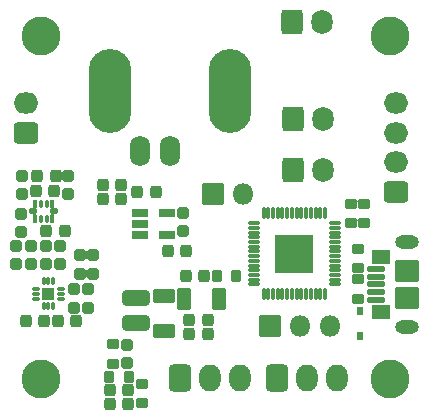
<source format=gts>
G04 #@! TF.GenerationSoftware,KiCad,Pcbnew,(6.0.7)*
G04 #@! TF.CreationDate,2022-10-27T11:54:22+02:00*
G04 #@! TF.ProjectId,sensorNode,73656e73-6f72-44e6-9f64-652e6b696361,rev?*
G04 #@! TF.SameCoordinates,Original*
G04 #@! TF.FileFunction,Soldermask,Top*
G04 #@! TF.FilePolarity,Negative*
%FSLAX46Y46*%
G04 Gerber Fmt 4.6, Leading zero omitted, Abs format (unit mm)*
G04 Created by KiCad (PCBNEW (6.0.7)) date 2022-10-27 11:54:22*
%MOMM*%
%LPD*%
G01*
G04 APERTURE LIST*
G04 Aperture macros list*
%AMRoundRect*
0 Rectangle with rounded corners*
0 $1 Rounding radius*
0 $2 $3 $4 $5 $6 $7 $8 $9 X,Y pos of 4 corners*
0 Add a 4 corners polygon primitive as box body*
4,1,4,$2,$3,$4,$5,$6,$7,$8,$9,$2,$3,0*
0 Add four circle primitives for the rounded corners*
1,1,$1+$1,$2,$3*
1,1,$1+$1,$4,$5*
1,1,$1+$1,$6,$7*
1,1,$1+$1,$8,$9*
0 Add four rect primitives between the rounded corners*
20,1,$1+$1,$2,$3,$4,$5,0*
20,1,$1+$1,$4,$5,$6,$7,0*
20,1,$1+$1,$6,$7,$8,$9,0*
20,1,$1+$1,$8,$9,$2,$3,0*%
G04 Aperture macros list end*
%ADD10RoundRect,0.275000X0.225000X0.250000X-0.225000X0.250000X-0.225000X-0.250000X0.225000X-0.250000X0*%
%ADD11RoundRect,0.250000X0.275000X-0.200000X0.275000X0.200000X-0.275000X0.200000X-0.275000X-0.200000X0*%
%ADD12RoundRect,0.100000X-0.387500X-0.050000X0.387500X-0.050000X0.387500X0.050000X-0.387500X0.050000X0*%
%ADD13RoundRect,0.100000X-0.050000X-0.387500X0.050000X-0.387500X0.050000X0.387500X-0.050000X0.387500X0*%
%ADD14RoundRect,0.050000X-1.600000X-1.600000X1.600000X-1.600000X1.600000X1.600000X-1.600000X1.600000X0*%
%ADD15RoundRect,0.268750X0.218750X0.256250X-0.218750X0.256250X-0.218750X-0.256250X0.218750X-0.256250X0*%
%ADD16RoundRect,0.050000X0.850000X-0.850000X0.850000X0.850000X-0.850000X0.850000X-0.850000X-0.850000X0*%
%ADD17O,1.800000X1.800000*%
%ADD18RoundRect,0.268750X0.256250X-0.218750X0.256250X0.218750X-0.256250X0.218750X-0.256250X-0.218750X0*%
%ADD19RoundRect,0.275000X-0.225000X-0.250000X0.225000X-0.250000X0.225000X0.250000X-0.225000X0.250000X0*%
%ADD20RoundRect,0.275000X-0.250000X0.225000X-0.250000X-0.225000X0.250000X-0.225000X0.250000X0.225000X0*%
%ADD21RoundRect,0.275000X0.250000X-0.225000X0.250000X0.225000X-0.250000X0.225000X-0.250000X-0.225000X0*%
%ADD22RoundRect,0.268750X-0.256250X0.218750X-0.256250X-0.218750X0.256250X-0.218750X0.256250X0.218750X0*%
%ADD23RoundRect,0.125000X-0.075000X0.225000X-0.075000X-0.225000X0.075000X-0.225000X0.075000X0.225000X0*%
%ADD24RoundRect,0.112500X-0.062500X0.237500X-0.062500X-0.237500X0.062500X-0.237500X0.062500X0.237500X0*%
%ADD25RoundRect,0.137500X-0.212500X0.087500X-0.212500X-0.087500X0.212500X-0.087500X0.212500X0.087500X0*%
%ADD26RoundRect,0.300000X-0.600000X-0.750000X0.600000X-0.750000X0.600000X0.750000X-0.600000X0.750000X0*%
%ADD27O,1.800000X2.100000*%
%ADD28RoundRect,0.250000X-0.275000X0.200000X-0.275000X-0.200000X0.275000X-0.200000X0.275000X0.200000X0*%
%ADD29RoundRect,0.200000X-0.512500X-0.150000X0.512500X-0.150000X0.512500X0.150000X-0.512500X0.150000X0*%
%ADD30C,3.300000*%
%ADD31RoundRect,0.300000X-0.620000X-0.845000X0.620000X-0.845000X0.620000X0.845000X-0.620000X0.845000X0*%
%ADD32O,1.840000X2.290000*%
%ADD33RoundRect,0.250000X0.200000X0.275000X-0.200000X0.275000X-0.200000X-0.275000X0.200000X-0.275000X0*%
%ADD34RoundRect,0.300000X0.750000X-0.600000X0.750000X0.600000X-0.750000X0.600000X-0.750000X-0.600000X0*%
%ADD35O,2.100000X1.800000*%
%ADD36O,1.700000X2.600000*%
%ADD37O,3.600000X7.100000*%
%ADD38O,0.800000X0.300000*%
%ADD39O,0.300000X0.800000*%
%ADD40RoundRect,0.050000X0.500000X0.500000X-0.500000X0.500000X-0.500000X-0.500000X0.500000X-0.500000X0*%
%ADD41RoundRect,0.300000X0.850000X-0.375000X0.850000X0.375000X-0.850000X0.375000X-0.850000X-0.375000X0*%
%ADD42RoundRect,0.268750X-0.218750X-0.256250X0.218750X-0.256250X0.218750X0.256250X-0.218750X0.256250X0*%
%ADD43RoundRect,0.300000X0.325000X0.650000X-0.325000X0.650000X-0.325000X-0.650000X0.325000X-0.650000X0*%
%ADD44RoundRect,0.050000X0.700000X-0.200000X0.700000X0.200000X-0.700000X0.200000X-0.700000X-0.200000X0*%
%ADD45RoundRect,0.050000X0.725000X-0.575000X0.725000X0.575000X-0.725000X0.575000X-0.725000X-0.575000X0*%
%ADD46RoundRect,0.050000X0.950000X-0.875000X0.950000X0.875000X-0.950000X0.875000X-0.950000X-0.875000X0*%
%ADD47O,2.000000X1.150000*%
%ADD48RoundRect,0.300000X0.650000X-0.325000X0.650000X0.325000X-0.650000X0.325000X-0.650000X-0.325000X0*%
%ADD49RoundRect,0.300000X0.725000X-0.600000X0.725000X0.600000X-0.725000X0.600000X-0.725000X-0.600000X0*%
%ADD50O,2.050000X1.800000*%
%ADD51RoundRect,0.050000X0.225000X-0.300000X0.225000X0.300000X-0.225000X0.300000X-0.225000X-0.300000X0*%
G04 APERTURE END LIST*
D10*
X213275000Y-117087500D03*
X211725000Y-117087500D03*
D11*
X239800000Y-115225000D03*
X239800000Y-113575000D03*
D12*
X230987500Y-108800000D03*
X230987500Y-109200000D03*
X230987500Y-109600000D03*
X230987500Y-110000000D03*
X230987500Y-110400000D03*
X230987500Y-110800000D03*
X230987500Y-111200000D03*
X230987500Y-111600000D03*
X230987500Y-112000000D03*
X230987500Y-112400000D03*
X230987500Y-112800000D03*
X230987500Y-113200000D03*
X230987500Y-113600000D03*
X230987500Y-114000000D03*
D13*
X231825000Y-114837500D03*
X232225000Y-114837500D03*
X232625000Y-114837500D03*
X233025000Y-114837500D03*
X233425000Y-114837500D03*
X233825000Y-114837500D03*
X234225000Y-114837500D03*
X234625000Y-114837500D03*
X235025000Y-114837500D03*
X235425000Y-114837500D03*
X235825000Y-114837500D03*
X236225000Y-114837500D03*
X236625000Y-114837500D03*
X237025000Y-114837500D03*
D12*
X237862500Y-114000000D03*
X237862500Y-113600000D03*
X237862500Y-113200000D03*
X237862500Y-112800000D03*
X237862500Y-112400000D03*
X237862500Y-112000000D03*
X237862500Y-111600000D03*
X237862500Y-111200000D03*
X237862500Y-110800000D03*
X237862500Y-110400000D03*
X237862500Y-110000000D03*
X237862500Y-109600000D03*
X237862500Y-109200000D03*
X237862500Y-108800000D03*
D13*
X237025000Y-107962500D03*
X236625000Y-107962500D03*
X236225000Y-107962500D03*
X235825000Y-107962500D03*
X235425000Y-107962500D03*
X235025000Y-107962500D03*
X234625000Y-107962500D03*
X234225000Y-107962500D03*
X233825000Y-107962500D03*
X233425000Y-107962500D03*
X233025000Y-107962500D03*
X232625000Y-107962500D03*
X232225000Y-107962500D03*
X231825000Y-107962500D03*
D14*
X234425000Y-111400000D03*
D15*
X214212500Y-104800000D03*
X212637500Y-104800000D03*
X227087500Y-117000000D03*
X225512500Y-117000000D03*
D16*
X232360000Y-117500000D03*
D17*
X234900000Y-117500000D03*
X237440000Y-117500000D03*
D15*
X214987500Y-109500000D03*
X213412500Y-109500000D03*
D18*
X217000000Y-115987500D03*
X217000000Y-114412500D03*
D15*
X225287500Y-111200000D03*
X223712500Y-111200000D03*
D19*
X218825000Y-122950000D03*
X220375000Y-122950000D03*
D20*
X215800000Y-114412500D03*
X215800000Y-115962500D03*
D21*
X211350000Y-106375000D03*
X211350000Y-104825000D03*
D22*
X212175000Y-110712500D03*
X212175000Y-112287500D03*
D23*
X213950000Y-107175000D03*
D24*
X213450000Y-107175000D03*
X212950000Y-107175000D03*
D23*
X212450000Y-107175000D03*
D25*
X212325000Y-107800000D03*
D23*
X212450000Y-108425000D03*
D24*
X212950000Y-108425000D03*
X213450000Y-108425000D03*
D23*
X213950000Y-108425000D03*
D25*
X214075000Y-107800000D03*
D26*
X234250000Y-91800000D03*
D27*
X236750000Y-91800000D03*
D28*
X219100000Y-119075000D03*
X219100000Y-120725000D03*
D29*
X221362500Y-107950000D03*
X221362500Y-108900000D03*
X221362500Y-109850000D03*
X223637500Y-109850000D03*
X223637500Y-107950000D03*
D30*
X213000000Y-93000000D03*
D26*
X234350000Y-100000000D03*
D27*
X236850000Y-100000000D03*
D10*
X219775000Y-105600000D03*
X218225000Y-105600000D03*
D15*
X227087500Y-118200000D03*
X225512500Y-118200000D03*
D16*
X227550000Y-106375000D03*
D17*
X230090000Y-106375000D03*
D31*
X232960000Y-121920000D03*
D32*
X235500000Y-121920000D03*
X238040000Y-121920000D03*
D33*
X220425000Y-121800000D03*
X218775000Y-121800000D03*
D22*
X210900000Y-110712500D03*
X210900000Y-112287500D03*
D34*
X211700000Y-101150000D03*
D35*
X211700000Y-98650000D03*
D36*
X223900000Y-102700000D03*
D37*
X228980000Y-97620000D03*
D36*
X221360000Y-102700000D03*
D37*
X218820000Y-97620000D03*
D22*
X211300000Y-108012500D03*
X211300000Y-109587500D03*
D30*
X242500000Y-122000000D03*
D28*
X221500000Y-122425000D03*
X221500000Y-124075000D03*
D38*
X214675000Y-115187500D03*
X214675000Y-114787500D03*
X214675000Y-114387500D03*
D39*
X214000000Y-113712500D03*
X213600000Y-113712500D03*
X213200000Y-113712500D03*
D38*
X212525000Y-114387500D03*
X212525000Y-114787500D03*
X212525000Y-115187500D03*
D39*
X213200000Y-115862500D03*
X213600000Y-115862500D03*
X214000000Y-115862500D03*
D40*
X213600000Y-114787500D03*
D41*
X221057500Y-117275000D03*
X221057500Y-115125000D03*
D42*
X218212500Y-106800000D03*
X219787500Y-106800000D03*
D26*
X234350000Y-104300000D03*
D27*
X236850000Y-104300000D03*
D11*
X240300000Y-108825000D03*
X240300000Y-107175000D03*
D18*
X217400000Y-113087500D03*
X217400000Y-111512500D03*
D11*
X239200000Y-108825000D03*
X239200000Y-107175000D03*
D31*
X224760000Y-121920000D03*
D32*
X227300000Y-121920000D03*
X229840000Y-121920000D03*
D20*
X215300000Y-104825000D03*
X215300000Y-106375000D03*
X225000000Y-107925000D03*
X225000000Y-109475000D03*
D19*
X212525000Y-106100000D03*
X214075000Y-106100000D03*
D21*
X213375000Y-112275000D03*
X213375000Y-110725000D03*
D15*
X222687500Y-106200000D03*
X221112500Y-106200000D03*
D43*
X228075000Y-115200000D03*
X225125000Y-115200000D03*
D18*
X214575000Y-112287500D03*
X214575000Y-110712500D03*
D30*
X242500000Y-93000000D03*
D44*
X241350000Y-115300000D03*
X241350000Y-114650000D03*
X241350000Y-114000000D03*
X241350000Y-113350000D03*
X241350000Y-112700000D03*
D45*
X241770000Y-111680000D03*
D46*
X244000000Y-115125000D03*
X244000000Y-112875000D03*
D47*
X244000000Y-117575000D03*
X244000000Y-110425000D03*
D45*
X241770000Y-116320000D03*
D48*
X223400000Y-117925000D03*
X223400000Y-114975000D03*
D21*
X220300000Y-120675000D03*
X220300000Y-119125000D03*
D33*
X229525000Y-113300000D03*
X227875000Y-113300000D03*
D49*
X243000000Y-106150000D03*
D50*
X243000000Y-103650000D03*
X243000000Y-101150000D03*
X243000000Y-98650000D03*
D19*
X218825000Y-124100000D03*
X220375000Y-124100000D03*
D11*
X239800000Y-112625000D03*
X239800000Y-110975000D03*
D42*
X225225000Y-113300000D03*
X226800000Y-113300000D03*
D21*
X216300000Y-113075000D03*
X216300000Y-111525000D03*
D51*
X240000000Y-118350000D03*
X240000000Y-116250000D03*
D30*
X213000000Y-122000000D03*
D19*
X214425000Y-117087500D03*
X215975000Y-117087500D03*
G36*
X216809718Y-112763213D02*
G01*
X216810972Y-112765901D01*
X216838282Y-112790927D01*
X216874908Y-112789328D01*
X216892627Y-112771609D01*
X216894559Y-112771091D01*
X216895973Y-112772505D01*
X216896003Y-112773413D01*
X216877000Y-112868949D01*
X216877000Y-113306051D01*
X216894382Y-113393437D01*
X216893739Y-113395331D01*
X216891777Y-113395721D01*
X216891069Y-113395302D01*
X216865174Y-113371573D01*
X216828548Y-113373172D01*
X216808067Y-113393653D01*
X216806135Y-113394171D01*
X216804721Y-113392757D01*
X216804691Y-113391849D01*
X216823000Y-113299801D01*
X216823000Y-112850199D01*
X216805943Y-112764448D01*
X216806586Y-112762554D01*
X216808548Y-112762164D01*
X216809718Y-112763213D01*
G37*
G36*
X240159661Y-113057140D02*
G01*
X240160051Y-113059102D01*
X240159607Y-113059837D01*
X240137747Y-113082833D01*
X240138675Y-113119460D01*
X240159329Y-113140078D01*
X240159848Y-113142009D01*
X240158435Y-113143424D01*
X240157526Y-113143455D01*
X240074801Y-113127000D01*
X239525199Y-113127000D01*
X239442233Y-113143503D01*
X239440339Y-113142860D01*
X239439949Y-113140898D01*
X239440393Y-113140163D01*
X239462253Y-113117167D01*
X239461325Y-113080540D01*
X239440671Y-113059922D01*
X239440152Y-113057991D01*
X239441565Y-113056576D01*
X239442474Y-113056545D01*
X239525199Y-113073000D01*
X240074801Y-113073000D01*
X240157767Y-113056497D01*
X240159661Y-113057140D01*
G37*
G36*
X216894316Y-111205834D02*
G01*
X216894346Y-111206742D01*
X216877000Y-111293949D01*
X216877000Y-111731051D01*
X216896123Y-111827192D01*
X216895480Y-111829086D01*
X216893518Y-111829476D01*
X216892810Y-111829057D01*
X216871001Y-111809073D01*
X216834375Y-111810673D01*
X216810991Y-111834057D01*
X216809718Y-111836787D01*
X216808079Y-111837934D01*
X216806267Y-111837089D01*
X216805943Y-111835552D01*
X216823000Y-111749801D01*
X216823000Y-111300199D01*
X216804626Y-111207828D01*
X216805269Y-111205934D01*
X216807231Y-111205544D01*
X216807939Y-111205963D01*
X216832454Y-111228427D01*
X216869081Y-111226827D01*
X216890970Y-111204938D01*
X216892902Y-111204420D01*
X216894316Y-111205834D01*
G37*
G36*
X239709837Y-108540393D02*
G01*
X239732833Y-108562253D01*
X239769460Y-108561325D01*
X239790078Y-108540671D01*
X239792009Y-108540152D01*
X239793424Y-108541565D01*
X239793455Y-108542474D01*
X239777000Y-108625199D01*
X239777000Y-109024801D01*
X239793503Y-109107767D01*
X239792860Y-109109661D01*
X239790898Y-109110051D01*
X239790163Y-109109607D01*
X239767167Y-109087747D01*
X239730540Y-109088675D01*
X239709922Y-109109329D01*
X239707991Y-109109848D01*
X239706576Y-109108435D01*
X239706545Y-109107526D01*
X239723000Y-109024801D01*
X239723000Y-108625199D01*
X239706497Y-108542233D01*
X239707140Y-108540339D01*
X239709102Y-108539949D01*
X239709837Y-108540393D01*
G37*
G36*
X213862699Y-108023000D02*
G01*
X214146857Y-108023000D01*
X214148589Y-108024000D01*
X214148589Y-108026000D01*
X214147622Y-108026848D01*
X214113035Y-108041174D01*
X214099025Y-108074998D01*
X214110363Y-108102371D01*
X214110102Y-108104354D01*
X214109909Y-108104534D01*
X214112964Y-108109106D01*
X214113095Y-108111102D01*
X214111432Y-108112213D01*
X214110190Y-108111880D01*
X214072056Y-108086400D01*
X214024801Y-108077000D01*
X213875199Y-108077000D01*
X213827944Y-108086400D01*
X213812907Y-108096447D01*
X213810911Y-108096578D01*
X213809800Y-108094915D01*
X213810133Y-108093673D01*
X213829539Y-108064630D01*
X213822353Y-108028504D01*
X213810125Y-108016277D01*
X213809607Y-108014345D01*
X213811021Y-108012931D01*
X213811929Y-108012901D01*
X213862699Y-108023000D01*
G37*
G36*
X212590401Y-108013457D02*
G01*
X212590791Y-108015419D01*
X212590560Y-108015887D01*
X212570461Y-108045965D01*
X212577647Y-108082091D01*
X212587531Y-108091976D01*
X212588049Y-108093908D01*
X212586635Y-108095322D01*
X212585006Y-108095053D01*
X212572056Y-108086400D01*
X212524801Y-108077000D01*
X212375199Y-108077000D01*
X212327944Y-108086400D01*
X212289810Y-108111881D01*
X212287814Y-108112012D01*
X212286703Y-108110349D01*
X212287036Y-108109107D01*
X212290056Y-108104587D01*
X212289275Y-108104065D01*
X212288390Y-108102271D01*
X212288723Y-108101291D01*
X212300055Y-108084335D01*
X212292914Y-108048426D01*
X212262203Y-108027902D01*
X212252944Y-108026990D01*
X212251318Y-108025825D01*
X212251514Y-108023835D01*
X212253140Y-108023000D01*
X212537301Y-108023000D01*
X212588507Y-108012814D01*
X212590401Y-108013457D01*
G37*
G36*
X214113297Y-107489651D02*
G01*
X214112964Y-107490893D01*
X214109944Y-107495413D01*
X214110725Y-107495935D01*
X214111610Y-107497729D01*
X214111277Y-107498709D01*
X214099945Y-107515665D01*
X214107086Y-107551574D01*
X214137797Y-107572098D01*
X214147056Y-107573010D01*
X214148682Y-107574175D01*
X214148486Y-107576165D01*
X214146860Y-107577000D01*
X213862699Y-107577000D01*
X213811493Y-107587186D01*
X213809599Y-107586543D01*
X213809209Y-107584581D01*
X213809440Y-107584113D01*
X213829539Y-107554035D01*
X213822353Y-107517909D01*
X213812469Y-107508024D01*
X213811951Y-107506092D01*
X213813365Y-107504678D01*
X213814994Y-107504947D01*
X213827944Y-107513600D01*
X213875199Y-107523000D01*
X214024801Y-107523000D01*
X214072056Y-107513600D01*
X214110190Y-107488119D01*
X214112186Y-107487988D01*
X214113297Y-107489651D01*
G37*
G36*
X212289810Y-107488120D02*
G01*
X212327944Y-107513600D01*
X212375199Y-107523000D01*
X212524801Y-107523000D01*
X212572056Y-107513600D01*
X212587093Y-107503553D01*
X212589089Y-107503422D01*
X212590200Y-107505085D01*
X212589867Y-107506327D01*
X212570461Y-107535370D01*
X212577647Y-107571496D01*
X212589875Y-107583723D01*
X212590393Y-107585655D01*
X212588979Y-107587069D01*
X212588071Y-107587099D01*
X212537301Y-107577000D01*
X212253143Y-107577000D01*
X212251411Y-107576000D01*
X212251411Y-107574000D01*
X212252378Y-107573152D01*
X212286965Y-107558826D01*
X212300975Y-107525002D01*
X212289637Y-107497629D01*
X212289898Y-107495646D01*
X212290091Y-107495466D01*
X212287036Y-107490894D01*
X212286905Y-107488898D01*
X212288568Y-107487787D01*
X212289810Y-107488120D01*
G37*
G36*
X239709837Y-106890393D02*
G01*
X239732833Y-106912253D01*
X239769460Y-106911325D01*
X239790078Y-106890671D01*
X239792009Y-106890152D01*
X239793424Y-106891565D01*
X239793455Y-106892474D01*
X239777000Y-106975199D01*
X239777000Y-107374801D01*
X239793503Y-107457767D01*
X239792860Y-107459661D01*
X239790898Y-107460051D01*
X239790163Y-107459607D01*
X239767167Y-107437747D01*
X239730540Y-107438675D01*
X239709922Y-107459329D01*
X239707991Y-107459848D01*
X239706576Y-107458435D01*
X239706545Y-107457526D01*
X239723000Y-107374801D01*
X239723000Y-106975199D01*
X239706497Y-106892233D01*
X239707140Y-106890339D01*
X239709102Y-106889949D01*
X239709837Y-106890393D01*
G37*
G36*
X214685121Y-104458987D02*
G01*
X214692385Y-104474565D01*
X214692555Y-104475149D01*
X214696432Y-104504604D01*
X214714952Y-104536682D01*
X214750315Y-104546159D01*
X214782293Y-104527697D01*
X214787621Y-104518919D01*
X214790282Y-104513211D01*
X214791921Y-104512064D01*
X214793733Y-104512909D01*
X214794057Y-104514446D01*
X214777000Y-104600199D01*
X214777000Y-105049801D01*
X214794058Y-105135558D01*
X214793415Y-105137452D01*
X214791453Y-105137842D01*
X214790283Y-105136793D01*
X214782355Y-105119792D01*
X214755046Y-105094766D01*
X214718420Y-105096366D01*
X214695035Y-105119750D01*
X214685121Y-105141010D01*
X214683482Y-105142157D01*
X214681670Y-105141312D01*
X214681346Y-105139775D01*
X214698000Y-105056051D01*
X214698000Y-104543949D01*
X214681346Y-104460222D01*
X214681989Y-104458328D01*
X214683951Y-104457938D01*
X214685121Y-104458987D01*
G37*
M02*

</source>
